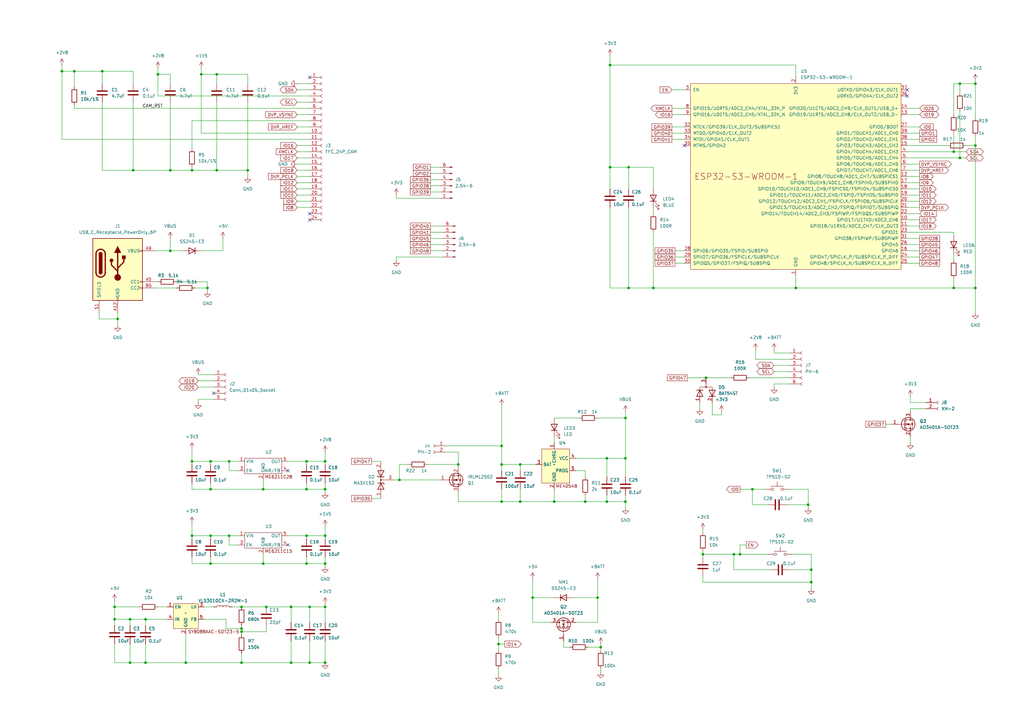
<source format=kicad_sch>
(kicad_sch (version 20230121) (generator eeschema)
  (paper "A3")
  (junction (at 78.74 189.23))
  (junction (at 227.33 205.74))
  (junction (at 127 248.92))
  (junction (at 133.35 248.92))
  (junction (at 109.22 248.92))
  (junction (at 99.06 271.78))
  (junction (at 99.06 257.81))
  (junction (at 205.74 205.74))
  (junction (at 25.4 29.21))
  (junction (at 76.2 271.78))
  (junction (at 332.74 233.68))
  (junction (at 205.74 190.5))
  (junction (at 331.47 207.01))
  (junction (at 85.09 118.11))
  (junction (at 86.36 200.66))
  (junction (at 125.73 189.23))
  (junction (at 86.36 231.14))
  (junction (at 393.7 34.29))
  (junction (at 99.06 259.08))
  (junction (at 256.54 187.96))
  (junction (at 59.69 254))
  (junction (at 246.38 265.43))
  (junction (at 400.05 118.11))
  (junction (at 248.92 187.96))
  (junction (at 125.73 231.14))
  (junction (at 107.95 231.14))
  (junction (at 187.96 190.5))
  (junction (at 69.85 102.87))
  (junction (at 245.11 245.11))
  (junction (at 326.39 118.11))
  (junction (at 107.95 200.66))
  (junction (at 332.74 238.76))
  (junction (at 250.19 26.67))
  (junction (at 400.05 34.29))
  (junction (at 53.34 271.78))
  (junction (at 64.77 30.48))
  (junction (at 53.34 254))
  (junction (at 308.61 200.66))
  (junction (at 48.26 130.81))
  (junction (at 59.69 271.78))
  (junction (at 391.16 62.23))
  (junction (at 133.35 231.14))
  (junction (at 30.48 29.21))
  (junction (at 46.99 248.92))
  (junction (at 101.6 69.85))
  (junction (at 119.38 248.92))
  (junction (at 54.61 69.85))
  (junction (at 69.85 69.85))
  (junction (at 119.38 271.78))
  (junction (at 88.9 69.85))
  (junction (at 256.54 171.45))
  (junction (at 133.35 219.71))
  (junction (at 125.73 219.71))
  (junction (at 82.55 30.48))
  (junction (at 88.9 30.48))
  (junction (at 163.83 196.85))
  (junction (at 133.35 200.66))
  (junction (at 93.98 189.23))
  (junction (at 133.35 189.23))
  (junction (at 257.81 118.11))
  (junction (at 78.74 69.85))
  (junction (at 250.19 68.58))
  (junction (at 288.29 227.33))
  (junction (at 240.03 205.74))
  (junction (at 127 271.78))
  (junction (at 86.36 189.23))
  (junction (at 257.81 68.58))
  (junction (at 125.73 200.66))
  (junction (at 393.7 64.77))
  (junction (at 78.74 219.71))
  (junction (at 213.36 190.5))
  (junction (at 400.05 59.69))
  (junction (at 41.91 29.21))
  (junction (at 248.92 205.74))
  (junction (at 267.97 118.11))
  (junction (at 86.36 219.71))
  (junction (at 204.47 264.16))
  (junction (at 391.16 118.11))
  (junction (at 213.36 205.74))
  (junction (at 300.99 227.33))
  (junction (at 93.98 219.71))
  (junction (at 205.74 182.88))
  (junction (at 99.06 248.92))
  (junction (at 289.56 154.94))
  (junction (at 256.54 205.74))
  (junction (at 218.44 245.11))
  (junction (at 133.35 271.78))
  (junction (at 46.99 254))
  (junction (at 303.53 227.33))
  (no_connect (at 127 31.75))
  (no_connect (at 87.63 161.29))
  (no_connect (at 372.11 36.83))
  (no_connect (at 127 90.17))
  (no_connect (at 118.11 193.04))
  (no_connect (at 372.11 39.37))
  (no_connect (at 280.67 59.69))
  (no_connect (at 118.11 223.52))
  (no_connect (at 127 87.63))
  (wire (pts (xy 69.85 41.91) (xy 69.85 69.85)))
  (wire (pts (xy 317.5 143.51) (xy 317.5 144.78)))
  (wire (pts (xy 63.5 118.11) (xy 72.39 118.11)))
  (wire (pts (xy 295.91 170.18) (xy 295.91 168.91)))
  (wire (pts (xy 93.98 219.71) (xy 97.79 219.71)))
  (wire (pts (xy 99.06 271.78) (xy 76.2 271.78)))
  (wire (pts (xy 99.06 257.81) (xy 99.06 259.08)))
  (wire (pts (xy 59.69 271.78) (xy 53.34 271.78)))
  (wire (pts (xy 372.11 59.69) (xy 388.62 59.69)))
  (wire (pts (xy 256.54 203.2) (xy 256.54 205.74)))
  (wire (pts (xy 257.81 118.11) (xy 267.97 118.11)))
  (wire (pts (xy 205.74 190.5) (xy 205.74 193.04)))
  (wire (pts (xy 152.4 189.23) (xy 156.21 189.23)))
  (wire (pts (xy 176.53 78.74) (xy 180.34 78.74)))
  (wire (pts (xy 227.33 200.66) (xy 227.33 205.74)))
  (wire (pts (xy 267.97 68.58) (xy 257.81 68.58)))
  (wire (pts (xy 125.73 198.12) (xy 125.73 200.66)))
  (wire (pts (xy 377.19 72.39) (xy 372.11 72.39)))
  (wire (pts (xy 41.91 29.21) (xy 41.91 34.29)))
  (wire (pts (xy 121.92 80.01) (xy 127 80.01)))
  (wire (pts (xy 227.33 171.45) (xy 237.49 171.45)))
  (wire (pts (xy 121.92 59.69) (xy 127 59.69)))
  (wire (pts (xy 121.92 77.47) (xy 127 77.47)))
  (wire (pts (xy 400.05 59.69) (xy 400.05 118.11)))
  (wire (pts (xy 121.92 82.55) (xy 127 82.55)))
  (wire (pts (xy 163.83 190.5) (xy 163.83 196.85)))
  (wire (pts (xy 121.92 72.39) (xy 127 72.39)))
  (wire (pts (xy 213.36 190.5) (xy 219.71 190.5)))
  (wire (pts (xy 303.53 227.33) (xy 303.53 223.52)))
  (wire (pts (xy 391.16 46.99) (xy 391.16 34.29)))
  (wire (pts (xy 121.92 67.31) (xy 127 67.31)))
  (wire (pts (xy 308.61 207.01) (xy 314.96 207.01)))
  (wire (pts (xy 76.2 260.35) (xy 76.2 271.78)))
  (wire (pts (xy 91.44 102.87) (xy 91.44 97.79)))
  (wire (pts (xy 213.36 205.74) (xy 227.33 205.74)))
  (wire (pts (xy 133.35 231.14) (xy 133.35 232.41)))
  (wire (pts (xy 391.16 34.29) (xy 393.7 34.29)))
  (wire (pts (xy 63.5 115.57) (xy 64.77 115.57)))
  (wire (pts (xy 281.94 154.94) (xy 289.56 154.94)))
  (wire (pts (xy 363.22 173.99) (xy 365.76 173.99)))
  (wire (pts (xy 323.85 147.32) (xy 309.88 147.32)))
  (wire (pts (xy 240.03 203.2) (xy 240.03 205.74)))
  (wire (pts (xy 400.05 118.11) (xy 400.05 128.27)))
  (wire (pts (xy 372.11 105.41) (xy 377.19 105.41)))
  (wire (pts (xy 80.01 118.11) (xy 85.09 118.11)))
  (wire (pts (xy 109.22 259.08) (xy 109.22 256.54)))
  (wire (pts (xy 250.19 68.58) (xy 250.19 77.47)))
  (wire (pts (xy 234.95 245.11) (xy 245.11 245.11)))
  (wire (pts (xy 213.36 200.66) (xy 213.36 205.74)))
  (wire (pts (xy 161.29 196.85) (xy 163.83 196.85)))
  (wire (pts (xy 176.53 71.12) (xy 180.34 71.12)))
  (wire (pts (xy 93.98 223.52) (xy 93.98 219.71)))
  (wire (pts (xy 127 39.37) (xy 64.77 39.37)))
  (wire (pts (xy 88.9 30.48) (xy 82.55 30.48)))
  (wire (pts (xy 83.82 248.92) (xy 87.63 248.92)))
  (wire (pts (xy 64.77 30.48) (xy 69.85 30.48)))
  (wire (pts (xy 101.6 41.91) (xy 101.6 69.85)))
  (wire (pts (xy 317.5 144.78) (xy 323.85 144.78)))
  (wire (pts (xy 396.24 62.23) (xy 391.16 62.23)))
  (wire (pts (xy 78.74 214.63) (xy 78.74 219.71)))
  (wire (pts (xy 99.06 259.08) (xy 109.22 259.08)))
  (wire (pts (xy 78.74 189.23) (xy 86.36 189.23)))
  (wire (pts (xy 86.36 219.71) (xy 86.36 220.98)))
  (wire (pts (xy 391.16 54.61) (xy 391.16 62.23)))
  (wire (pts (xy 393.7 45.72) (xy 393.7 64.77)))
  (wire (pts (xy 187.96 201.93) (xy 187.96 205.74)))
  (wire (pts (xy 48.26 130.81) (xy 48.26 133.35)))
  (wire (pts (xy 275.59 36.83) (xy 280.67 36.83)))
  (wire (pts (xy 95.25 248.92) (xy 99.06 248.92)))
  (wire (pts (xy 167.64 190.5) (xy 163.83 190.5)))
  (wire (pts (xy 125.73 219.71) (xy 125.73 220.98)))
  (wire (pts (xy 275.59 57.15) (xy 280.67 57.15)))
  (wire (pts (xy 107.95 231.14) (xy 125.73 231.14)))
  (wire (pts (xy 275.59 46.99) (xy 280.67 46.99)))
  (wire (pts (xy 86.36 189.23) (xy 86.36 190.5)))
  (wire (pts (xy 41.91 29.21) (xy 30.48 29.21)))
  (wire (pts (xy 204.47 274.32) (xy 204.47 276.86)))
  (wire (pts (xy 289.56 154.94) (xy 299.72 154.94)))
  (wire (pts (xy 256.54 168.91) (xy 256.54 171.45)))
  (wire (pts (xy 25.4 26.67) (xy 25.4 29.21)))
  (wire (pts (xy 267.97 85.09) (xy 267.97 87.63)))
  (wire (pts (xy 205.74 205.74) (xy 213.36 205.74)))
  (wire (pts (xy 303.53 200.66) (xy 308.61 200.66)))
  (wire (pts (xy 107.95 227.33) (xy 107.95 231.14)))
  (wire (pts (xy 133.35 271.78) (xy 127 271.78)))
  (wire (pts (xy 245.11 245.11) (xy 245.11 237.49)))
  (wire (pts (xy 40.64 130.81) (xy 48.26 130.81)))
  (wire (pts (xy 325.12 227.33) (xy 332.74 227.33)))
  (wire (pts (xy 372.11 100.33) (xy 377.19 100.33)))
  (wire (pts (xy 30.48 29.21) (xy 30.48 35.56)))
  (wire (pts (xy 152.4 204.47) (xy 156.21 204.47)))
  (wire (pts (xy 88.9 69.85) (xy 78.74 69.85)))
  (wire (pts (xy 83.82 254) (xy 92.71 254)))
  (wire (pts (xy 40.64 128.27) (xy 40.64 130.81)))
  (wire (pts (xy 275.59 52.07) (xy 280.67 52.07)))
  (wire (pts (xy 332.74 238.76) (xy 332.74 241.3)))
  (wire (pts (xy 231.14 265.43) (xy 231.14 262.89)))
  (wire (pts (xy 204.47 261.62) (xy 204.47 264.16)))
  (wire (pts (xy 377.19 69.85) (xy 372.11 69.85)))
  (wire (pts (xy 391.16 114.3) (xy 391.16 118.11)))
  (wire (pts (xy 64.77 39.37) (xy 64.77 30.48)))
  (wire (pts (xy 276.86 105.41) (xy 280.67 105.41)))
  (wire (pts (xy 107.95 196.85) (xy 107.95 200.66)))
  (wire (pts (xy 377.19 67.31) (xy 372.11 67.31)))
  (wire (pts (xy 82.55 54.61) (xy 82.55 30.48)))
  (wire (pts (xy 308.61 200.66) (xy 308.61 207.01)))
  (wire (pts (xy 133.35 189.23) (xy 133.35 190.5)))
  (wire (pts (xy 331.47 207.01) (xy 331.47 208.28)))
  (wire (pts (xy 125.73 228.6) (xy 125.73 231.14)))
  (wire (pts (xy 121.92 69.85) (xy 127 69.85)))
  (wire (pts (xy 93.98 189.23) (xy 97.79 189.23)))
  (wire (pts (xy 93.98 193.04) (xy 93.98 189.23)))
  (wire (pts (xy 246.38 264.16) (xy 246.38 265.43)))
  (wire (pts (xy 176.53 76.2) (xy 180.34 76.2)))
  (wire (pts (xy 69.85 30.48) (xy 69.85 34.29)))
  (wire (pts (xy 377.19 77.47) (xy 372.11 77.47)))
  (wire (pts (xy 205.74 166.37) (xy 205.74 182.88)))
  (wire (pts (xy 288.29 238.76) (xy 332.74 238.76)))
  (wire (pts (xy 248.92 205.74) (xy 256.54 205.74)))
  (wire (pts (xy 133.35 262.89) (xy 133.35 271.78)))
  (wire (pts (xy 121.92 85.09) (xy 127 85.09)))
  (wire (pts (xy 276.86 107.95) (xy 280.67 107.95)))
  (wire (pts (xy 373.38 167.64) (xy 373.38 168.91)))
  (wire (pts (xy 97.79 193.04) (xy 93.98 193.04)))
  (wire (pts (xy 121.92 36.83) (xy 127 36.83)))
  (wire (pts (xy 86.36 231.14) (xy 107.95 231.14)))
  (wire (pts (xy 400.05 59.69) (xy 400.05 55.88)))
  (wire (pts (xy 400.05 34.29) (xy 400.05 48.26)))
  (wire (pts (xy 127 49.53) (xy 78.74 49.53)))
  (wire (pts (xy 182.88 182.88) (xy 205.74 182.88)))
  (wire (pts (xy 205.74 190.5) (xy 213.36 190.5)))
  (wire (pts (xy 250.19 26.67) (xy 250.19 68.58)))
  (wire (pts (xy 331.47 200.66) (xy 331.47 207.01)))
  (wire (pts (xy 288.29 227.33) (xy 300.99 227.33)))
  (wire (pts (xy 372.11 52.07) (xy 377.19 52.07)))
  (wire (pts (xy 72.39 115.57) (xy 85.09 115.57)))
  (wire (pts (xy 86.36 219.71) (xy 93.98 219.71)))
  (wire (pts (xy 125.73 189.23) (xy 133.35 189.23)))
  (wire (pts (xy 240.03 205.74) (xy 248.92 205.74)))
  (wire (pts (xy 204.47 264.16) (xy 207.01 264.16)))
  (wire (pts (xy 127 271.78) (xy 119.38 271.78)))
  (wire (pts (xy 267.97 77.47) (xy 267.97 68.58)))
  (wire (pts (xy 245.11 255.27) (xy 245.11 245.11)))
  (wire (pts (xy 322.58 207.01) (xy 331.47 207.01)))
  (wire (pts (xy 133.35 228.6) (xy 133.35 231.14)))
  (wire (pts (xy 400.05 33.02) (xy 400.05 34.29)))
  (wire (pts (xy 377.19 80.01) (xy 372.11 80.01)))
  (wire (pts (xy 81.28 165.1) (xy 81.28 163.83)))
  (wire (pts (xy 377.19 74.93) (xy 372.11 74.93)))
  (wire (pts (xy 303.53 223.52) (xy 306.07 223.52)))
  (wire (pts (xy 53.34 264.16) (xy 53.34 271.78)))
  (wire (pts (xy 30.48 44.45) (xy 127 44.45)))
  (wire (pts (xy 46.99 248.92) (xy 46.99 254)))
  (wire (pts (xy 396.24 59.69) (xy 400.05 59.69)))
  (wire (pts (xy 88.9 34.29) (xy 88.9 30.48)))
  (wire (pts (xy 133.35 247.65) (xy 133.35 248.92)))
  (wire (pts (xy 256.54 187.96) (xy 256.54 195.58)))
  (wire (pts (xy 288.29 228.6) (xy 288.29 227.33)))
  (wire (pts (xy 267.97 118.11) (xy 326.39 118.11)))
  (wire (pts (xy 250.19 118.11) (xy 257.81 118.11)))
  (wire (pts (xy 81.28 158.75) (xy 87.63 158.75)))
  (wire (pts (xy 307.34 154.94) (xy 323.85 154.94)))
  (wire (pts (xy 241.3 265.43) (xy 246.38 265.43)))
  (wire (pts (xy 85.09 115.57) (xy 85.09 118.11)))
  (wire (pts (xy 248.92 187.96) (xy 248.92 195.58)))
  (wire (pts (xy 372.11 107.95) (xy 377.19 107.95)))
  (wire (pts (xy 317.5 152.4) (xy 323.85 152.4)))
  (wire (pts (xy 300.99 233.68) (xy 316.23 233.68)))
  (wire (pts (xy 127 248.92) (xy 133.35 248.92)))
  (wire (pts (xy 133.35 255.27) (xy 133.35 248.92)))
  (wire (pts (xy 257.81 85.09) (xy 257.81 118.11)))
  (wire (pts (xy 127 262.89) (xy 127 271.78)))
  (wire (pts (xy 377.19 82.55) (xy 372.11 82.55)))
  (wire (pts (xy 99.06 267.97) (xy 99.06 271.78)))
  (wire (pts (xy 119.38 255.27) (xy 119.38 248.92)))
  (wire (pts (xy 227.33 205.74) (xy 240.03 205.74)))
  (wire (pts (xy 54.61 29.21) (xy 41.91 29.21)))
  (wire (pts (xy 204.47 251.46) (xy 204.47 254)))
  (wire (pts (xy 85.09 118.11) (xy 85.09 119.38)))
  (wire (pts (xy 121.92 41.91) (xy 127 41.91)))
  (wire (pts (xy 59.69 254) (xy 59.69 256.54)))
  (wire (pts (xy 121.92 62.23) (xy 127 62.23)))
  (wire (pts (xy 127 57.15) (xy 25.4 57.15)))
  (wire (pts (xy 125.73 231.14) (xy 133.35 231.14)))
  (wire (pts (xy 121.92 52.07) (xy 127 52.07)))
  (wire (pts (xy 127 255.27) (xy 127 248.92)))
  (wire (pts (xy 372.11 46.99) (xy 377.19 46.99)))
  (wire (pts (xy 218.44 245.11) (xy 218.44 237.49)))
  (wire (pts (xy 82.55 102.87) (xy 91.44 102.87)))
  (wire (pts (xy 250.19 22.86) (xy 250.19 26.67)))
  (wire (pts (xy 162.56 81.28) (xy 180.34 81.28)))
  (wire (pts (xy 226.06 255.27) (xy 218.44 255.27)))
  (wire (pts (xy 133.35 219.71) (xy 133.35 215.9)))
  (wire (pts (xy 332.74 233.68) (xy 332.74 238.76)))
  (wire (pts (xy 176.53 102.87) (xy 181.61 102.87)))
  (wire (pts (xy 246.38 265.43) (xy 246.38 266.7)))
  (wire (pts (xy 391.16 104.14) (xy 391.16 106.68)))
  (wire (pts (xy 303.53 227.33) (xy 314.96 227.33)))
  (wire (pts (xy 64.77 30.48) (xy 64.77 27.94)))
  (wire (pts (xy 121.92 46.99) (xy 127 46.99)))
  (wire (pts (xy 53.34 254) (xy 59.69 254)))
  (wire (pts (xy 78.74 68.58) (xy 78.74 69.85)))
  (wire (pts (xy 78.74 231.14) (xy 86.36 231.14)))
  (wire (pts (xy 377.19 90.17) (xy 372.11 90.17)))
  (wire (pts (xy 54.61 34.29) (xy 54.61 29.21)))
  (wire (pts (xy 76.2 271.78) (xy 59.69 271.78)))
  (wire (pts (xy 236.22 255.27) (xy 245.11 255.27)))
  (wire (pts (xy 396.24 64.77) (xy 393.7 64.77)))
  (wire (pts (xy 59.69 264.16) (xy 59.69 271.78)))
  (wire (pts (xy 373.38 162.56) (xy 373.38 165.1)))
  (wire (pts (xy 256.54 171.45) (xy 256.54 187.96)))
  (wire (pts (xy 59.69 254) (xy 68.58 254)))
  (wire (pts (xy 323.85 200.66) (xy 331.47 200.66)))
  (wire (pts (xy 30.48 43.18) (xy 30.48 44.45)))
  (wire (pts (xy 373.38 165.1) (xy 379.73 165.1)))
  (wire (pts (xy 86.36 198.12) (xy 86.36 200.66)))
  (wire (pts (xy 317.5 149.86) (xy 323.85 149.86)))
  (wire (pts (xy 48.26 128.27) (xy 48.26 130.81)))
  (wire (pts (xy 240.03 193.04) (xy 236.22 193.04)))
  (wire (pts (xy 176.53 95.25) (xy 181.61 95.25)))
  (wire (pts (xy 372.11 57.15) (xy 377.19 57.15)))
  (wire (pts (xy 99.06 248.92) (xy 109.22 248.92)))
  (wire (pts (xy 99.06 271.78) (xy 119.38 271.78)))
  (wire (pts (xy 41.91 69.85) (xy 54.61 69.85)))
  (wire (pts (xy 99.06 259.08) (xy 99.06 260.35)))
  (wire (pts (xy 332.74 227.33) (xy 332.74 233.68)))
  (wire (pts (xy 248.92 203.2) (xy 248.92 205.74)))
  (wire (pts (xy 119.38 248.92) (xy 127 248.92)))
  (wire (pts (xy 257.81 68.58) (xy 250.19 68.58)))
  (wire (pts (xy 78.74 189.23) (xy 78.74 190.5)))
  (wire (pts (xy 391.16 118.11) (xy 400.05 118.11)))
  (wire (pts (xy 69.85 69.85) (xy 54.61 69.85)))
  (wire (pts (xy 101.6 69.85) (xy 101.6 72.39)))
  (wire (pts (xy 176.53 97.79) (xy 181.61 97.79)))
  (wire (pts (xy 176.53 73.66) (xy 180.34 73.66)))
  (wire (pts (xy 25.4 57.15) (xy 25.4 29.21)))
  (wire (pts (xy 391.16 62.23) (xy 372.11 62.23)))
  (wire (pts (xy 163.83 196.85) (xy 180.34 196.85)))
  (wire (pts (xy 372.11 102.87) (xy 377.19 102.87)))
  (wire (pts (xy 391.16 96.52) (xy 391.16 95.25)))
  (wire (pts (xy 119.38 262.89) (xy 119.38 271.78)))
  (wire (pts (xy 46.99 254) (xy 46.99 256.54)))
  (wire (pts (xy 133.35 200.66) (xy 133.35 201.93)))
  (wire (pts (xy 288.29 226.06) (xy 288.29 227.33)))
  (wire (pts (xy 78.74 219.71) (xy 86.36 219.71)))
  (wire (pts (xy 64.77 248.92) (xy 68.58 248.92)))
  (wire (pts (xy 372.11 95.25) (xy 391.16 95.25)))
  (wire (pts (xy 176.53 100.33) (xy 181.61 100.33)))
  (wire (pts (xy 292.1 170.18) (xy 295.91 170.18)))
  (wire (pts (xy 46.99 254) (xy 53.34 254)))
  (wire (pts (xy 88.9 69.85) (xy 101.6 69.85)))
  (wire (pts (xy 393.7 64.77) (xy 372.11 64.77)))
  (wire (pts (xy 46.99 271.78) (xy 46.99 264.16)))
  (wire (pts (xy 118.11 219.71) (xy 125.73 219.71)))
  (wire (pts (xy 121.92 34.29) (xy 127 34.29)))
  (wire (pts (xy 162.56 105.41) (xy 181.61 105.41)))
  (wire (pts (xy 162.56 80.01) (xy 162.56 81.28)))
  (wire (pts (xy 182.88 185.42) (xy 187.96 185.42)))
  (wire (pts (xy 176.53 68.58) (xy 180.34 68.58)))
  (wire (pts (xy 41.91 41.91) (xy 41.91 69.85)))
  (wire (pts (xy 250.19 85.09) (xy 250.19 118.11)))
  (wire (pts (xy 46.99 248.92) (xy 57.15 248.92)))
  (wire (pts (xy 86.36 189.23) (xy 93.98 189.23)))
  (wire (pts (xy 245.11 171.45) (xy 256.54 171.45)))
  (wire (pts (xy 78.74 49.53) (xy 78.74 60.96)))
  (wire (pts (xy 288.29 236.22) (xy 288.29 238.76)))
  (wire (pts (xy 372.11 54.61) (xy 377.19 54.61)))
  (wire (pts (xy 275.59 44.45) (xy 280.67 44.45)))
  (wire (pts (xy 213.36 190.5) (xy 213.36 193.04)))
  (wire (pts (xy 133.35 198.12) (xy 133.35 200.66)))
  (wire (pts (xy 121.92 74.93) (xy 127 74.93)))
  (wire (pts (xy 372.11 87.63) (xy 377.19 87.63)))
  (wire (pts (xy 125.73 200.66) (xy 133.35 200.66)))
  (wire (pts (xy 323.85 233.68) (xy 332.74 233.68)))
  (wire (pts (xy 121.92 64.77) (xy 127 64.77)))
  (wire (pts (xy 372.11 44.45) (xy 377.19 44.45)))
  (wire (pts (xy 233.68 265.43) (xy 231.14 265.43)))
  (wire (pts (xy 78.74 228.6) (xy 78.74 231.14)))
  (wire (pts (xy 69.85 69.85) (xy 78.74 69.85)))
  (wire (pts (xy 99.06 257.81) (xy 99.06 256.54)))
  (wire (pts (xy 256.54 205.74) (xy 256.54 208.28)))
  (wire (pts (xy 393.7 34.29) (xy 400.05 34.29)))
  (wire (pts (xy 162.56 106.68) (xy 162.56 105.41)))
  (wire (pts (xy 300.99 227.33) (xy 303.53 227.33)))
  (wire (pts (xy 86.36 228.6) (xy 86.36 231.14)))
  (wire (pts (xy 267.97 95.25) (xy 267.97 118.11)))
  (wire (pts (xy 323.85 157.48) (xy 317.5 157.48)))
  (wire (pts (xy 125.73 219.71) (xy 133.35 219.71)))
  (wire (pts (xy 218.44 255.27) (xy 218.44 245.11)))
  (wire (pts (xy 176.53 92.71) (xy 181.61 92.71)))
  (wire (pts (xy 372.11 97.79) (xy 377.19 97.79)))
  (wire (pts (xy 377.19 85.09) (xy 372.11 85.09)))
  (wire (pts (xy 205.74 182.88) (xy 205.74 190.5)))
  (wire (pts (xy 240.03 195.58) (xy 240.03 193.04)))
  (wire (pts (xy 292.1 165.1) (xy 292.1 170.18)))
  (wire (pts (xy 326.39 118.11) (xy 391.16 118.11)))
  (wire (pts (xy 81.28 163.83) (xy 87.63 163.83)))
  (wire (pts (xy 205.74 200.66) (xy 205.74 205.74)))
  (wire (pts (xy 92.71 257.81) (xy 99.06 257.81)))
  (wire (pts (xy 275.59 54.61) (xy 280.67 54.61)))
  (wire (pts (xy 69.85 102.87) (xy 74.93 102.87)))
  (wire (pts (xy 101.6 30.48) (xy 101.6 34.29)))
  (wire (pts (xy 248.92 187.96) (xy 256.54 187.96)))
  (wire (pts (xy 205.74 205.74) (xy 187.96 205.74)))
  (wire (pts (xy 288.29 217.17) (xy 288.29 218.44)))
  (wire (pts (xy 97.79 223.52) (xy 93.98 223.52)))
  (wire (pts (xy 227.33 179.07) (xy 227.33 181.61)))
  (wire (pts (xy 300.99 233.68) (xy 300.99 227.33)))
  (wire (pts (xy 109.22 248.92) (xy 119.38 248.92)))
  (wire (pts (xy 88.9 30.48) (xy 101.6 30.48)))
  (wire (pts (xy 78.74 200.66) (xy 86.36 200.66)))
  (wire (pts (xy 377.19 92.71) (xy 372.11 92.71)))
  (wire (pts (xy 53.34 254) (xy 53.34 256.54)))
  (wire (pts (xy 175.26 190.5) (xy 187.96 190.5)))
  (wire (pts (xy 88.9 41.91) (xy 88.9 69.85)))
  (wire (pts (xy 326.39 113.03) (xy 326.39 118.11)))
  (wire (pts (xy 81.28 156.21) (xy 87.63 156.21)))
  (wire (pts (xy 187.96 190.5) (xy 187.96 185.42)))
  (wire (pts (xy 373.38 179.07) (xy 373.38 181.61)))
  (wire (pts (xy 308.61 200.66) (xy 313.69 200.66)))
  (wire (pts (xy 133.35 219.71) (xy 133.35 220.98)))
  (wire (pts (xy 218.44 245.11) (xy 227.33 245.11)))
  (wire (pts (xy 393.7 34.29) (xy 393.7 38.1)))
  (wire (pts (xy 257.81 77.47) (xy 257.81 68.58)))
  (wire (pts (xy 326.39 26.67) (xy 326.39 31.75)))
  (wire (pts (xy 309.88 147.32) (xy 309.88 143.51)))
  (wire (pts (xy 118.11 189.23) (xy 125.73 189.23)))
  (wire (pts (xy 53.34 271.78) (xy 46.99 271.78)))
  (wire (pts (xy 246.38 274.32) (xy 246.38 275.59)))
  (wire (pts (xy 236.22 187.96) (xy 248.92 187.96)))
  (wire (pts (xy 81.28 153.67) (xy 87.63 153.67)))
  (wire (pts (xy 92.71 254) (xy 92.71 257.81)))
  (wire (pts (xy 25.4 29.21) (xy 30.48 29.21)))
  (wire (pts (xy 86.36 200.66) (xy 107.95 200.66)))
  (wire (pts (xy 317.5 157.48) (xy 317.5 158.75)))
  (wire (pts (xy 250.19 26.67) (xy 326.39 26.67)))
  (wire (pts (xy 127 54.61) (xy 82.55 54.61)))
  (wire (pts (xy 107.95 200.66) (xy 125.73 200.66)))
  (wire (pts (xy 69.85 97.79) (xy 69.85 102.87)))
  (wire (pts (xy 78.74 184.15) (xy 78.74 189.23)))
  (wire (pts (xy 78.74 198.12) (xy 78.74 200.66)))
  (wire (pts (xy 379.73 167.64) (xy 373.38 167.64)))
  (wire (pts (xy 54.61 69.85) (xy 54.61 41.91)))
  (wire (pts (xy 287.02 165.1) (xy 287.02 167.64)))
  (wire (pts (xy 187.96 191.77) (xy 187.96 190.5)))
  (wire (pts (xy 204.47 264.16) (xy 204.47 266.7)))
  (wire (pts (xy 82.55 30.48) (xy 82.55 27.94)))
  (wire (pts (xy 63.5 102.87) (xy 69.85 102.87)))
  (wire (pts (xy 78.74 219.71) (xy 78.74 220.98)))
  (wire (pts (xy 133.35 189.23) (xy 133.35 185.42)))
  (wire (pts (xy 125.73 189.23) (xy 125.73 190.5)))
  (wire (pts (xy 276.86 102.87) (xy 280.67 102.87)))
  (wire (pts (xy 46.99 246.38) (xy 46.99 248.92)))
  (label "CAM_RST" (at 58.42 44.45 0))
  (global_label "GPIO41" (shape passive) (at 275.59 57.15 180) (property "Intersheetrefs" "${INTERSHEET_REFS}" (effects hide)))
  (global_label "SDA" (shape bidirectional) (at 317.5 149.86 180) (property "Intersheetrefs" "${INTERSHEET_REFS}" (effects hide)))
  (global_label "GPIO39" (shape passive) (at 176.53 78.74 180) (property "Intersheetrefs" "${INTERSHEET_REFS}" (effects hide)))
  (global_label "IO18" (shape input) (at 121.92 69.85 180) (property "Intersheetrefs" "${INTERSHEET_REFS}" (effects hide)))
  (global_label "SCL" (shape bidirectional) (at 396.24 64.77 0) (property "Intersheetrefs" "${INTERSHEET_REFS}" (effects hide)))
  (global_label "IO8" (shape output) (at 377.19 72.39 0) (property "Intersheetrefs" "${INTERSHEET_REFS}" (effects hide)))
  (global_label "GPIO35" (shape passive) (at 276.86 102.87 180) (property "Intersheetrefs" "${INTERSHEET_REFS}" (effects hide)))
  (global_label "IO19" (shape bidirectional) (at 377.19 46.99 0) (property "Intersheetrefs" "${INTERSHEET_REFS}" (effects hide)))
  (global_label "GPIO40" (shape passive) (at 275.59 54.61 180) (property "Intersheetrefs" "${INTERSHEET_REFS}" (effects hide)))
  (global_label "GPIO47" (shape passive) (at 281.94 154.94 180) (property "Intersheetrefs" "${INTERSHEET_REFS}" (effects hide)))
  (global_label "IO11" (shape input) (at 121.92 77.47 180) (property "Intersheetrefs" "${INTERSHEET_REFS}" (effects hide)))
  (global_label "IO17" (shape output) (at 377.19 90.17 0) (property "Intersheetrefs" "${INTERSHEET_REFS}" (effects hide)))
  (global_label "DVP_HREF" (shape input) (at 121.92 52.07 180) (property "Intersheetrefs" "${INTERSHEET_REFS}" (effects hide)))
  (global_label "GPIO38" (shape passive) (at 176.53 76.2 180) (property "Intersheetrefs" "${INTERSHEET_REFS}" (effects hide)))
  (global_label "DVP_PCLK" (shape input) (at 121.92 72.39 180) (property "Intersheetrefs" "${INTERSHEET_REFS}" (effects hide)))
  (global_label "GPIO38" (shape passive) (at 377.19 97.79 0) (property "Intersheetrefs" "${INTERSHEET_REFS}" (effects hide)))
  (global_label "GPIO47" (shape passive) (at 152.4 189.23 180) (property "Intersheetrefs" "${INTERSHEET_REFS}" (effects hide)))
  (global_label "IO20" (shape bidirectional) (at 81.28 158.75 180) (property "Intersheetrefs" "${INTERSHEET_REFS}" (effects hide)))
  (global_label "IO12" (shape input) (at 121.92 74.93 180) (property "Intersheetrefs" "${INTERSHEET_REFS}" (effects hide)))
  (global_label "IO19" (shape bidirectional) (at 81.28 156.21 180) (property "Intersheetrefs" "${INTERSHEET_REFS}" (effects hide)))
  (global_label "IO8" (shape input) (at 121.92 85.09 180) (property "Intersheetrefs" "${INTERSHEET_REFS}" (effects hide)))
  (global_label "IO9" (shape input) (at 121.92 82.55 180) (property "Intersheetrefs" "${INTERSHEET_REFS}" (effects hide)))
  (global_label "IO10" (shape output) (at 377.19 77.47 0) (property "Intersheetrefs" "${INTERSHEET_REFS}" (effects hide)))
  (global_label "IO11" (shape output) (at 377.19 80.01 0) (property "Intersheetrefs" "${INTERSHEET_REFS}" (effects hide)))
  (global_label "EN" (shape output) (at 306.07 223.52 0) (property "Intersheetrefs" "${INTERSHEET_REFS}" (effects hide)))
  (global_label "IO14" (shape output) (at 207.01 264.16 0) (property "Intersheetrefs" "${INTERSHEET_REFS}" (effects hide)))
  (global_label "GPIO41" (shape passive) (at 176.53 95.25 180) (property "Intersheetrefs" "${INTERSHEET_REFS}" (effects hide)))
  (global_label "DVP_PCLK" (shape output) (at 377.19 85.09 0) (property "Intersheetrefs" "${INTERSHEET_REFS}" (effects hide)))
  (global_label "SCL" (shape bidirectional) (at 121.92 41.91 180) (property "Intersheetrefs" "${INTERSHEET_REFS}" (effects hide)))
  (global_label "GPIO2" (shape passive) (at 377.19 57.15 0) (property "Intersheetrefs" "${INTERSHEET_REFS}" (effects hide)))
  (global_label "IO12" (shape output) (at 377.19 82.55 0) (property "Intersheetrefs" "${INTERSHEET_REFS}" (effects hide)))
  (global_label "IO16" (shape input) (at 121.92 59.69 180) (property "Intersheetrefs" "${INTERSHEET_REFS}" (effects hide)))
  (global_label "IO18" (shape output) (at 377.19 92.71 0) (property "Intersheetrefs" "${INTERSHEET_REFS}" (effects hide)))
  (global_label "GPIO36" (shape passive) (at 276.86 105.41 180) (property "Intersheetrefs" "${INTERSHEET_REFS}" (effects hide)))
  (global_label "GPIO45" (shape passive) (at 377.19 100.33 0) (property "Intersheetrefs" "${INTERSHEET_REFS}" (effects hide)))
  (global_label "GPIO37" (shape passive) (at 363.22 173.99 180) (property "Intersheetrefs" "${INTERSHEET_REFS}" (effects hide)))
  (global_label "IO20" (shape bidirectional) (at 377.19 44.45 0) (property "Intersheetrefs" "${INTERSHEET_REFS}" (effects hide)))
  (global_label "GPIO47" (shape passive) (at 377.19 105.41 0) (property "Intersheetrefs" "${INTERSHEET_REFS}" (effects hide)))
  (global_label "IO0" (shape output) (at 303.53 200.66 180) (property "Intersheetrefs" "${INTERSHEET_REFS}" (effects hide)))
  (global_label "DVP_VSYNC" (shape output) (at 377.19 67.31 0) (property "Intersheetrefs" "${INTERSHEET_REFS}" (effects hide)))
  (global_label "GPIO36" (shape passive) (at 176.53 73.66 180) (property "Intersheetrefs" "${INTERSHEET_REFS}" (effects hide)))
  (global_label "XMCLK" (shape input) (at 121.92 62.23 180) (property "Intersheetrefs" "${INTERSHEET_REFS}" (effects hide)))
  (global_label "GPIO37" (shape passive) (at 276.86 107.95 180) (property "Intersheetrefs" "${INTERSHEET_REFS}" (effects hide)))
  (global_label "GPIO35" (shape passive) (at 152.4 204.47 180) (property "Intersheetrefs" "${INTERSHEET_REFS}" (effects hide)))
  (global_label "GPIO1" (shape passive) (at 377.19 54.61 0) (property "Intersheetrefs" "${INTERSHEET_REFS}" (effects hide)))
  (global_label "IO10" (shape input) (at 121.92 80.01 180) (property "Intersheetrefs" "${INTERSHEET_REFS}" (effects hide)))
  (global_label "IO14" (shape input) (at 377.19 87.63 0) (property "Intersheetrefs" "${INTERSHEET_REFS}" (effects hide)))
  (global_label "GPIO48" (shape passive) (at 377.19 107.95 0) (property "Intersheetrefs" "${INTERSHEET_REFS}" (effects hide)))
  (global_label "GPIO48" (shape passive) (at 176.53 102.87 180) (property "Intersheetrefs" "${INTERSHEET_REFS}" (effects hide)))
  (global_label "DVP_HREF" (shape output) (at 377.19 69.85 0) (property "Intersheetrefs" "${INTERSHEET_REFS}" (effects hide)))
  (global_label "DVP_VSYNC" (shape input) (at 121.92 46.99 180) (property "Intersheetrefs" "${INTERSHEET_REFS}" (effects hide)))
  (global_label "GPIO1" (shape passive) (at 176.53 68.58 180) (property "Intersheetrefs" "${INTERSHEET_REFS}" (effects hide)))
  (global_label "IO0" (shape input) (at 377.19 52.07 0) (property "Intersheetrefs" "${INTERSHEET_REFS}" (effects hide)))
  (global_label "GPIO45" (shape passive) (at 176.53 97.79 180) (property "Intersheetrefs" "${INTERSHEET_REFS}" (effects hide)))
  (global_label "IO16" (shape output) (at 275.59 46.99 180) (property "Intersheetrefs" "${INTERSHEET_REFS}" (effects hide)))
  (global_label "IO17" (shape input) (at 121.92 64.77 180) (property "Intersheetrefs" "${INTERSHEET_REFS}" (effects hide)))
  (global_label "GPIO2" (shape passive) (at 176.53 71.12 180) (property "Intersheetrefs" "${INTERSHEET_REFS}" (effects hide)))
  (global_label "IO9" (shape output) (at 377.19 74.93 0) (property "Intersheetrefs" "${INTERSHEET_REFS}" (effects hide)))
  (global_label "GPIO46" (shape passive) (at 377.19 102.87 0) (property "Intersheetrefs" "${INTERSHEET_REFS}" (effects hide)))
  (global_label "SDA" (shape bidirectional) (at 396.24 62.23 0) (property "Intersheetrefs" "${INTERSHEET_REFS}" (effects hide)))
  (global_label "GPIO39" (shape passive) (at 275.59 52.07 180) (property "Intersheetrefs" "${INTERSHEET_REFS}" (effects hide)))
  (global_label "EN" (shape input) (at 275.59 36.83 180) (property "Intersheetrefs" "${INTERSHEET_REFS}" (effects hide)))
  (global_label "GPIO40" (shape passive) (at 176.53 92.71 180) (property "Intersheetrefs" "${INTERSHEET_REFS}" (effects hide)))
  (global_label "SDA" (shape bidirectional) (at 121.92 36.83 180) (property "Intersheetrefs" "${INTERSHEET_REFS}" (effects hide)))
  (global_label "SCL" (shape bidirectional) (at 317.5 152.4 180) (property "Intersheetrefs" "${INTERSHEET_REFS}" (effects hide)))
  (global_label "GPIO46" (shape passive) (at 176.53 100.33 180) (property "Intersheetrefs" "${INTERSHEET_REFS}" (effects hide)))
  (global_label "XMCLK" (shape output) (at 275.59 44.45 180) (property "Intersheetrefs" "${INTERSHEET_REFS}" (effects hide)))
  (symbol (lib_id "power:VBUS") (at 69.85 97.79 0) (unit 1)
    (property "Reference" "#PWR05" (effects hide))
    (property "Value" "VBUS" (at 69.85 92.71 0))
  )
  (symbol (lib_id "Device:R") (at 391.16 50.8 0) (unit 1)
    (property "Reference" "R20" (at 392.43 48.26 0) (effects (justify left)))
    (property "Value" "10K" (at 392.43 53.34 0) (effects (justify left)))
    (property "Footprint" "Resistor_SMD:R_0603_1608Metric_Pad0.98x0.95mm_HandSolder" (effects hide))
  )
  (symbol (lib_id "Device:C") (at 46.99 260.35 0) (unit 1)
    (property "Reference" "C2" (at 48.26 257.81 0) (effects (justify left)))
    (property "Value" "10uF" (at 48.26 262.89 0) (effects (justify left)))
    (property "Footprint" "Capacitor_Tantalum_SMD:CP_EIA-1608-08_AVX-J_Pad1.25x1.05mm_HandSolder" (effects hide))
  )
  (symbol (lib_id "Device:C") (at 86.36 224.79 0) (unit 1)
    (property "Reference" "C10" (at 87.63 222.25 0) (effects (justify left)))
    (property "Value" "0.1uF" (at 87.63 227.33 0) (effects (justify left)))
    (property "Footprint" "Capacitor_Tantalum_SMD:CP_EIA-1608-08_AVX-J_Pad1.25x1.05mm_HandSolder" (effects hide))
  )
  (symbol (lib_id "test:ME6211C28M5G-N-SOT23-5") (at 107.95 191.77 0) (unit 1)
    (property "Reference" "U2" (at 110.1326 185.42 0))
    (property "Value" "~" (at 107.95 191.77 0))
    (property "Footprint" "Package_TO_SOT_SMD:SOT-23-5_HandSoldering" (effects hide))
  )
  (symbol (lib_id "Device:D") (at 78.74 102.87 180) (unit 1)
    (property "Reference" "D1" (at 78.74 96.52 0))
    (property "Value" "SS24S-E3" (at 78.74 99.06 0))
    (property "Footprint" "smart_glass:CR_S-E3&slash_61T_VIS" (effects hide))
    (property "Sim.Device" "D" (effects hide))
    (property "Sim.Pins" "1=K 2=A" (effects hide))
  )
  (symbol (lib_id "Device:C") (at 109.22 252.73 0) (unit 1)
    (property "Reference" "C13" (at 110.49 250.19 0) (effects (justify left)))
    (property "Value" "22pF" (at 110.49 255.27 0) (effects (justify left)))
    (property "Footprint" "Capacitor_Tantalum_SMD:CP_EIA-1608-08_AVX-J_Pad1.25x1.05mm_HandSolder" (effects hide))
  )
  (symbol (lib_id "Connector:Conn_01x24_Socket") (at 132.08 59.69 0) (unit 1)
    (property "Reference" "J3" (at 133.35 59.69 0) (effects (justify left)))
    (property "Value" "FFC_24P_CAM" (at 133.35 62.23 0) (effects (justify left)))
    (property "Footprint" "smart_glass:FFC24P_cam" (effects hide))
  )
  (symbol (lib_id "Device:C") (at 250.19 81.28 0) (unit 1)
    (property "Reference" "C24" (at 251.46 78.74 0) (effects (justify left)))
    (property "Value" "10uF" (at 251.46 83.82 0) (effects (justify left)))
    (property "Footprint" "Capacitor_SMD:C_0603_1608Metric_Pad1.08x0.95mm_HandSolder" (effects hide))
  )
  (symbol (lib_id "Device:R") (at 78.74 64.77 0) (unit 1)
    (property "Reference" "R5" (at 81.28 63.5 0) (effects (justify left)))
    (property "Value" "10k/1%" (at 81.28 66.04 0) (effects (justify left)))
    (property "Footprint" "Resistor_SMD:R_0603_1608Metric_Pad0.98x0.95mm_HandSolder" (effects hide))
  )
  (symbol (lib_id "Device:C") (at 86.36 194.31 0) (unit 1)
    (property "Reference" "C9" (at 87.63 191.77 0) (effects (justify left)))
    (property "Value" "0.1uF" (at 87.63 196.85 0) (effects (justify left)))
    (property "Footprint" "Capacitor_Tantalum_SMD:CP_EIA-1608-08_AVX-J_Pad1.25x1.05mm_HandSolder" (effects hide))
  )
  (symbol (lib_id "Device:R") (at 288.29 222.25 0) (unit 1)
    (property "Reference" "R15" (at 290.83 220.98 0) (effects (justify left)))
    (property "Value" "10k" (at 290.83 223.52 0) (effects (justify left)))
    (property "Footprint" "Resistor_SMD:R_0603_1608Metric_Pad0.98x0.95mm_HandSolder" (effects hide))
  )
  (symbol (lib_id "Device:C") (at 125.73 194.31 0) (unit 1)
    (property "Reference" "C15" (at 127 191.77 0) (effects (justify left)))
    (property "Value" "0.1uF" (at 127 196.85 0) (effects (justify left)))
    (property "Footprint" "Capacitor_Tantalum_SMD:CP_EIA-1608-08_AVX-J_Pad1.25x1.05mm_HandSolder" (effects hide))
  )
  (symbol (lib_id "Device:Q_NMOS_GSD") (at 231.14 257.81 90) (unit 1)
    (property "Reference" "Q2" (at 231.14 248.92 90))
    (property "Value" "AO3401A-SOT23" (at 231.14 251.46 90))
    (property "Footprint" "Package_TO_SOT_SMD:SOT-23-3" (effects hide))
  )
  (symbol (lib_id "power:+3V3") (at 162.56 80.01 0) (unit 1)
    (property "Reference" "#PWR022" (effects hide))
    (property "Value" "+3V3" (at 162.56 74.93 0))
  )
  (symbol (lib_id "power:GND") (at 256.54 208.28 0) (unit 1)
    (property "Reference" "#PWR033" (effects hide))
    (property "Value" "GND" (at 256.54 213.36 0))
  )
  (symbol (lib_id "Device:R") (at 204.47 270.51 0) (unit 1)
    (property "Reference" "R9" (at 207.01 269.24 0) (effects (justify left)))
    (property "Value" "470k" (at 207.01 271.78 0) (effects (justify left)))
    (property "Footprint" "Resistor_SMD:R_0603_1608Metric_Pad0.98x0.95mm_HandSolder" (effects hide))
  )
  (symbol (lib_id "power:GND") (at 101.6 72.39 0) (unit 1)
    (property "Reference" "#PWR013" (effects hide))
    (property "Value" "GND" (at 101.6 77.47 0))
  )
  (symbol (lib_id "Device:C") (at 205.74 196.85 0) (unit 1)
    (property "Reference" "C21" (at 207.01 194.31 0) (effects (justify left)))
    (property "Value" "100uF" (at 207.01 199.39 0) (effects (justify left)))
    (property "Footprint" "Capacitor_Tantalum_SMD:CP_EIA-1608-08_AVX-J_Pad1.25x1.05mm_HandSolder" (effects hide))
  )
  (symbol (lib_id "power:+BATT") (at 245.11 237.49 0) (unit 1)
    (property "Reference" "#PWR028" (effects hide))
    (property "Value" "+BATT" (at 245.11 232.41 0))
  )
  (symbol (lib_id "power:+3V3") (at 78.74 184.15 0) (unit 1)
    (property "Reference" "#PWR06" (effects hide))
    (property "Value" "+3V3" (at 78.74 179.07 0))
  )
  (symbol (lib_id "power:+3V3") (at 373.38 162.56 0) (unit 1)
    (property "Reference" "#PWR042" (effects hide))
    (property "Value" "+3V3" (at 373.38 157.48 0))
  )
  (symbol (lib_id "power:GND") (at 121.92 67.31 270) (unit 1)
    (property "Reference" "#PWR015" (effects hide))
    (property "Value" "GND" (at 118.11 67.31 90) (effects (justify right)))
  )
  (symbol (lib_id "power:+5V") (at 218.44 237.49 0) (unit 1)
    (property "Reference" "#PWR027" (effects hide))
    (property "Value" "+5V" (at 218.44 232.41 0))
  )
  (symbol (lib_id "power:+2V8") (at 133.35 185.42 0) (unit 1)
    (property "Reference" "#PWR016" (effects hide))
    (property "Value" "+2V8" (at 133.35 180.34 0))
  )
  (symbol (lib_id "Device:C") (at 288.29 232.41 0) (unit 1)
    (property "Reference" "C27" (at 292.1 231.14 0) (effects (justify left)))
    (property "Value" "1uF" (at 292.1 233.68 0) (effects (justify left)))
    (property "Footprint" "Capacitor_Tantalum_SMD:CP_EIA-1608-08_AVX-J_Pad1.25x1.05mm_HandSolder" (effects hide))
  )
  (symbol (lib_id "Connector:Conn_01x06_Pin") (at 185.42 76.2 180) (unit 1)
    (property "Reference" "J5" (at 186.69 73.66 0) (effects (justify right)))
    (property "Value" "2.54-6" (at 186.69 76.2 0) (effects (justify right)))
    (property "Footprint" "Connector_PinHeader_2.54mm:PinHeader_1x06_P2.54mm_Vertical" (effects hide))
  )
  (symbol (lib_id "Device:R") (at 68.58 115.57 90) (unit 1)
    (property "Reference" "R3" (at 66.04 113.03 90))
    (property "Value" "5.1k" (at 71.12 113.03 90))
    (property "Footprint" "Resistor_SMD:R_0603_1608Metric_Pad0.98x0.95mm_HandSolder" (effects hide))
  )
  (symbol (lib_id "Device:C") (at 127 259.08 0) (unit 1)
    (property "Reference" "C17" (at 128.27 256.54 0) (effects (justify left)))
    (property "Value" "10uF" (at 128.27 261.62 0) (effects (justify left)))
    (property "Footprint" "Capacitor_Tantalum_SMD:CP_EIA-1608-08_AVX-J_Pad1.25x1.05mm_HandSolder" (effects hide))
  )
  (symbol (lib_id "Device:C") (at 213.36 196.85 0) (unit 1)
    (property "Reference" "C22" (at 214.63 194.31 0) (effects (justify left)))
    (property "Value" "10uF" (at 214.63 199.39 0) (effects (justify left)))
    (property "Footprint" "Capacitor_Tantalum_SMD:CP_EIA-1608-08_AVX-J_Pad1.25x1.05mm_HandSolder" (effects hide))
  )
  (symbol (lib_id "Device:C") (at 101.6 38.1 0) (unit 1)
    (property "Reference" "C12" (at 105.41 36.83 0) (effects (justify left)))
    (property "Value" "0.1uF" (at 105.41 39.37 0) (effects (justify left)))
    (property "Footprint" "Capacitor_Tantalum_SMD:CP_EIA-1608-08_AVX-J_Pad1.25x1.05mm_HandSolder" (effects hide))
  )
  (symbol (lib_id "power:GND") (at 373.38 181.61 0) (unit 1)
    (property "Reference" "#PWR043" (effects hide))
    (property "Value" "GND" (at 373.38 186.69 0))
  )
  (symbol (lib_id "Device:R") (at 267.97 91.44 0) (unit 1)
    (property "Reference" "R14" (at 270.51 90.17 0) (effects (justify left)))
    (property "Value" "100R" (at 270.51 92.71 0) (effects (justify left)))
    (property "Footprint" "Resistor_SMD:R_0603_1608Metric_Pad0.98x0.95mm_HandSolder" (effects hide))
  )
  (symbol (lib_id "power:GND") (at 121.92 34.29 270) (unit 1)
    (property "Reference" "#PWR014" (effects hide))
    (property "Value" "GND" (at 118.11 34.29 90) (effects (justify right)))
  )
  (symbol (lib_id "Device:C") (at 78.74 194.31 0) (unit 1)
    (property "Reference" "C7" (at 80.01 191.77 0) (effects (justify left)))
    (property "Value" "10uF" (at 80.01 196.85 0) (effects (justify left)))
    (property "Footprint" "Capacitor_Tantalum_SMD:CP_EIA-1608-08_AVX-J_Pad1.25x1.05mm_HandSolder" (effects hide))
  )
  (symbol (lib_id "Device:R") (at 76.2 118.11 90) (unit 1)
    (property "Reference" "R4" (at 73.66 115.57 90))
    (property "Value" "5.1k" (at 78.74 115.57 90))
    (property "Footprint" "Resistor_SMD:R_0603_1608Metric_Pad0.98x0.95mm_HandSolder" (effects hide))
  )
  (symbol (lib_id "Device:C") (at 320.04 233.68 90) (unit 1)
    (property "Reference" "C29" (at 316.23 231.14 90))
    (property "Value" "0.1uF" (at 323.85 231.14 90))
    (property "Footprint" "Capacitor_Tantalum_SMD:CP_EIA-1608-08_AVX-J_Pad1.25x1.05mm_HandSolder" (effects hide))
  )
  (symbol (lib_id "power:+BATT") (at 205.74 166.37 0) (unit 1)
    (property "Reference" "#PWR026" (effects hide))
    (property "Value" "+BATT" (at 205.74 161.29 0))
  )
  (symbol (lib_id "Device:C") (at 133.35 259.08 0) (unit 1)
    (property "Reference" "C20" (at 134.62 256.54 0) (effects (justify left)))
    (property "Value" "10uF" (at 134.62 261.62 0) (effects (justify left)))
    (property "Footprint" "Capacitor_Tantalum_SMD:CP_EIA-1608-08_AVX-J_Pad1.25x1.05mm_HandSolder" (effects hide))
  )
  (symbol (lib_id "Device:C") (at 54.61 38.1 0) (unit 1)
    (property "Reference" "C4" (at 58.42 36.83 0) (effects (justify left)))
    (property "Value" "0.1uF" (at 58.42 39.37 0) (effects (justify left)))
    (property "Footprint" "Capacitor_Tantalum_SMD:CP_EIA-1608-08_AVX-J_Pad1.25x1.05mm_HandSolder" (effects hide))
  )
  (symbol (lib_id "Device:LED") (at 391.16 100.33 90) (unit 1)
    (property "Reference" "LED6" (at 394.97 100.6475 90) (effects (justify right)))
    (property "Value" "RED" (at 394.97 103.1875 90) (effects (justify right)))
    (property "Footprint" "LED_SMD:LED_0603_1608Metric_Pad1.05x0.95mm_HandSolder" (effects hide))
  )
  (symbol (lib_id "Device:R") (at 393.7 41.91 0) (unit 1)
    (property "Reference" "R21" (at 394.97 39.37 0) (effects (justify left)))
    (property "Value" "10K" (at 394.97 44.45 0) (effects (justify left)))
    (property "Footprint" "Resistor_SMD:R_0603_1608Metric_Pad0.98x0.95mm_HandSolder" (effects hide))
  )
  (symbol (lib_id "test:ME4054B-N-SOT23-5") (at 227.33 190.5 0) (unit 1)
    (property "Reference" "U4" (at 229.2859 181.61 0) (effects (justify left)))
    (property "Value" "~" (at 227.33 190.5 0))
    (property "Footprint" "Package_TO_SOT_SMD:SOT-23-5_HandSoldering" (effects hide))
  )
  (symbol (lib_id "Device:C") (at 257.81 81.28 0) (unit 1)
    (property "Reference" "C26" (at 259.08 78.74 0) (effects (justify left)))
    (property "Value" "0.1uF" (at 259.08 83.82 0) (effects (justify left)))
    (property "Footprint" "Capacitor_SMD:C_0603_1608Metric_Pad1.08x0.95mm_HandSolder" (effects hide))
  )
  (symbol (lib_id "Connector:Conn_01x02_Socket") (at 177.8 182.88 0) (mirror y) (unit 1)
    (property "Reference" "J4" (at 175.26 182.88 0))
    (property "Value" "PH-2" (at 173.99 185.42 0))
    (property "Footprint" "Connector_JST:JST_PH_S2B-PH-K_1x02_P2.00mm_Horizontal" (effects hide))
  )
  (symbol (lib_id "power:+2V8") (at 64.77 27.94 0) (unit 1)
    (property "Reference" "#PWR04" (effects hide))
    (property "Value" "+2V8" (at 64.77 22.86 0))
  )
  (symbol (lib_id "power:GND") (at 332.74 241.3 0) (unit 1)
    (property "Reference" "#PWR041" (effects hide))
    (property "Value" "GND" (at 332.74 246.38 0))
  )
  (symbol (lib_id "Device:R") (at 400.05 52.07 0) (unit 1)
    (property "Reference" "R19" (at 401.32 49.53 0) (effects (justify left)))
    (property "Value" "1k" (at 401.32 54.61 0) (effects (justify left)))
    (property "Footprint" "Resistor_SMD:R_0603_1608Metric_Pad0.98x0.95mm_HandSolder" (effects hide))
  )
  (symbol (lib_id "Device:C") (at 133.35 194.31 0) (unit 1)
    (property "Reference" "C18" (at 134.62 191.77 0) (effects (justify left)))
    (property "Value" "10uF" (at 134.62 196.85 0) (effects (justify left)))
    (property "Footprint" "Capacitor_Tantalum_SMD:CP_EIA-1608-08_AVX-J_Pad1.25x1.05mm_HandSolder" (effects hide))
  )
  (symbol (lib_id "Switch:SW_Push") (at 320.04 227.33 0) (unit 1)
    (property "Reference" "SW2" (at 320.04 219.71 0))
    (property "Value" " TPS10-02" (at 320.04 222.25 0))
    (property "Footprint" "smart_glass:SW_pts815" (effects hide))
  )
  (symbol (lib_id "Device:R") (at 171.45 190.5 270) (unit 1)
    (property "Reference" "R22" (at 166.37 193.04 90) (effects (justify left)))
    (property "Value" "1k" (at 172.72 193.04 90) (effects (justify left)))
    (property "Footprint" "Resistor_SMD:R_0603_1608Metric_Pad0.98x0.95mm_HandSolder" (effects hide))
  )
  (symbol (lib_id "power:GND") (at 133.35 271.78 0) (unit 1)
    (property "Reference" "#PWR021" (effects hide))
    (property "Value" "GND" (at 133.35 276.86 0))
  )
  (symbol (lib_id "power:GND") (at 162.56 106.68 0) (unit 1)
    (property "Reference" "#PWR023" (effects hide))
    (property "Value" "GND" (at 162.56 111.76 0))
  )
  (symbol (lib_id "power:+3V3") (at 288.29 217.17 0) (unit 1)
    (property "Reference" "#PWR035" (effects hide))
    (property "Value" "+3V3" (at 288.29 212.09 0))
  )
  (symbol (lib_id "Device:R") (at 99.06 252.73 0) (unit 1)
    (property "Reference" "R6" (at 101.6 251.46 0) (effects (justify left)))
    (property "Value" "680k" (at 101.6 254 0) (effects (justify left)))
    (property "Footprint" "Resistor_SMD:R_0603_1608Metric_Pad0.98x0.95mm_HandSolder" (effects hide))
  )
  (symbol (lib_id "Device:R") (at 237.49 265.43 90) (unit 1)
    (property "Reference" "R10" (at 234.95 262.89 90))
    (property "Value" "100k" (at 241.3 262.89 90))
    (property "Footprint" "Resistor_SMD:R_0603_1608Metric_Pad0.98x0.95mm_HandSolder" (effects hide))
  )
  (symbol (lib_id "Device:R") (at 241.3 171.45 90) (unit 1)
    (property "Reference" "R12" (at 238.76 168.91 90))
    (property "Value" "1k" (at 243.84 168.91 90))
    (property "Footprint" "Resistor_SMD:R_0603_1608Metric_Pad0.98x0.95mm_HandSolder" (effects hide))
  )
  (symbol (lib_id "Device:C") (at 125.73 224.79 0) (unit 1)
    (property "Reference" "C16" (at 127 222.25 0) (effects (justify left)))
    (property "Value" "0.1uF" (at 127 227.33 0) (effects (justify left)))
    (property "Footprint" "Capacitor_Tantalum_SMD:CP_EIA-1608-08_AVX-J_Pad1.25x1.05mm_HandSolder" (effects hide))
  )
  (symbol (lib_id "Device:C") (at 318.77 207.01 90) (unit 1)
    (property "Reference" "C28" (at 314.96 204.47 90))
    (property "Value" "0.1uF" (at 322.58 204.47 90))
    (property "Footprint" "Capacitor_Tantalum_SMD:CP_EIA-1608-08_AVX-J_Pad1.25x1.05mm_HandSolder" (effects hide))
  )
  (symbol (lib_id "Device:D_Dual_Series_AKC_Parallel") (at 289.56 160.02 270) (unit 1)
    (property "Reference" "D5" (at 294.64 158.8135 90) (effects (justify left)))
    (property "Value" "BAT54ST" (at 294.64 161.3535 90) (effects (justify left)))
    (property "Footprint" "Package_TO_SOT_SMD:SOT-23-3" (effects hide))
  )
  (symbol (lib_id "power:+BATT") (at 204.47 251.46 0) (unit 1)
    (property "Reference" "#PWR024" (effects hide))
    (property "Value" "+BATT" (at 204.47 246.38 0))
  )
  (symbol (lib_id "power:+3V3") (at 133.35 247.65 0) (unit 1)
    (property "Reference" "#PWR020" (effects hide))
    (property "Value" "+3V3" (at 133.35 242.57 0))
  )
  (symbol (lib_id "power:GND") (at 48.26 133.35 0) (unit 1)
    (property "Reference" "#PWR03" (effects hide))
    (property "Value" "GND" (at 48.26 138.43 0))
  )
  (symbol (lib_id "Device:C") (at 69.85 38.1 0) (unit 1)
    (property "Reference" "C6" (at 73.66 36.83 0) (effects (justify left)))
    (property "Value" "4.7uF" (at 73.66 39.37 0) (effects (justify left)))
    (property "Footprint" "Capacitor_Tantalum_SMD:CP_EIA-1608-08_AVX-J_Pad1.25x1.05mm_HandSolder" (effects hide))
  )
  (symbol (lib_id "power:GND") (at 287.02 167.64 0) (unit 1)
    (property "Reference" "#PWR034" (effects hide))
    (property "Value" "GND" (at 287.02 172.72 0))
  )
  (symbol (lib_id "Switch:SW_Push") (at 318.77 200.66 0) (unit 1)
    (property "Reference" "SW1" (at 318.77 193.04 0))
    (property "Value" " TPS10-02" (at 318.77 195.58 0))
    (property "Footprint" "smart_glass:SW_pts815" (effects hide))
  )
  (symbol (lib_id "Connector:USB_C_Receptacle_PowerOnly_6P") (at 48.26 110.49 0) (unit 1)
    (property "Reference" "J1" (at 48.26 92.71 0))
    (property "Value" "USB_C_Receptacle_PowerOnly_6P" (at 48.26 95.25 0))
    (property "Footprint" "smart_glass:CONN6_UJC-HP-3-SMT-TR_CUD" (effects hide))
    (property "Datasheet" "https://www.usb.org/sites/default/files/documents/usb_type-c.zip" (effects hide))
  )
  (symbol (lib_id "Device:R") (at 246.38 270.51 0) (unit 1)
    (property "Reference" "R13" (at 247.65 267.97 0) (effects (justify left)))
    (property "Value" "100k" (at 247.65 273.05 0) (effects (justify left)))
    (property "Footprint" "Resistor_SMD:R_0603_1608Metric_Pad0.98x0.95mm_HandSolder" (effects hide))
  )
  (symbol (lib_id "Device:C") (at 41.91 38.1 0) (unit 1)
    (property "Reference" "C1" (at 45.72 36.83 0) (effects (justify left)))
    (property "Value" "4.7uF" (at 45.72 39.37 0) (effects (justify left)))
    (property "Footprint" "Capacitor_Tantalum_SMD:CP_EIA-1608-08_AVX-J_Pad1.25x1.05mm_HandSolder" (effects hide))
  )
  (symbol (lib_id "Device:C") (at 248.92 199.39 0) (unit 1)
    (property "Reference" "C23" (at 250.19 196.85 0) (effects (justify left)))
    (property "Value" "10uF" (at 250.19 201.93 0) (effects (justify left)))
    (property "Footprint" "Capacitor_Tantalum_SMD:CP_EIA-1608-08_AVX-J_Pad1.25x1.05mm_HandSolder" (effects hide))
  )
  (symbol (lib_id "Device:LED") (at 227.33 175.26 90) (unit 1)
    (property "Reference" "LED3" (at 231.14 175.5775 90) (effects (justify right)))
    (property "Value" "LED" (at 231.14 178.1175 90) (effects (justify right)))
    (property "Footprint" "LED_SMD:LED_0603_1608Metric_Pad1.05x0.95mm_HandSolder" (effects hide))
  )
  (symbol (lib_id "Device:Q_NMOS_GSD") (at 370.84 173.99 0) (unit 1)
    (property "Reference" "Q3" (at 377.19 172.72 0) (effects (justify left)))
    (property "Value" "AO3401A-SOT23" (at 377.19 175.26 0) (effects (justify left)))
    (property "Footprint" "Package_TO_SOT_SMD:SOT-23-3" (effects hide))
  )
  (symbol (lib_id "power:GND") (at 133.35 201.93 0) (unit 1)
    (property "Reference" "#PWR017" (effects hide))
    (property "Value" "GND" (at 133.35 207.01 0))
  )
  (symbol (lib_id "Device:R") (at 303.53 154.94 90) (unit 1)
    (property "Reference" "R16" (at 303.53 148.59 90))
    (property "Value" "100R" (at 303.53 151.13 90))
    (property "Footprint" "Resistor_SMD:R_0603_1608Metric_Pad0.98x0.95mm_HandSolder" (effects hide))
  )
  (symbol (lib_id "Device:L") (at 91.44 248.92 90) (unit 1)
    (property "Reference" "L1" (at 91.44 243.84 90))
    (property "Value" "VLS3010CX-2R2M-1" (at 91.44 246.38 90))
    (property "Footprint" "smart_glass:IND_VLS3010CX-2R2M-1" (effects hide))
  )
  (symbol (lib_id "power:GND") (at 246.38 275.59 0) (unit 1)
    (property "Reference" "#PWR030" (effects hide))
    (property "Value" "GND" (at 246.38 280.67 0))
  )
  (symbol (lib_id "power:+1V5") (at 133.35 215.9 0) (unit 1)
    (property "Reference" "#PWR018" (effects hide))
    (property "Value" "+1V5" (at 133.35 210.82 0))
  )
  (symbol (lib_id "Device:R") (at 204.47 257.81 0) (unit 1)
    (property "Reference" "R8" (at 207.01 256.54 0) (effects (justify left)))
    (property "Value" "470k" (at 207.01 259.08 0) (effects (justify left)))
    (property "Footprint" "Resistor_SMD:R_0603_1608Metric_Pad0.98x0.95mm_HandSolder" (effects hide))
  )
  (symbol (lib_id "power:GND") (at 81.28 165.1 0) (unit 1)
    (property "Reference" "#PWR09" (effects hide))
    (property "Value" "GND" (at 81.28 170.18 0))
  )
  (symbol (lib_id "power:GND") (at 400.05 128.27 0) (unit 1)
    (property "Reference" "#PWR045" (effects hide))
    (property "Value" "GND" (at 400.05 133.35 0))
  )
  (symbol (lib_id "power:+3V3") (at 295.91 168.91 0) (unit 1)
    (property "Reference" "#PWR036" (effects hide))
    (property "Value" "+3V3" (at 295.91 163.83 0))
  )
  (symbol (lib_id "Connector:Conn_01x06_Socket") (at 328.93 149.86 0) (unit 1)
    (property "Reference" "J7" (at 330.2 149.86 0) (effects (justify left)))
    (property "Value" "PH-6" (at 330.2 152.4 0) (effects (justify left)))
    (property "Footprint" "Connector_JST:JST_PH_S6B-PH-K_1x06_P2.00mm_Horizontal" (effects hide))
  )
  (symbol (lib_id "Connector:Conn_01x02_Socket") (at 384.81 165.1 0) (unit 1)
    (property "Reference" "J8" (at 386.08 165.1 0) (effects (justify left)))
    (property "Value" "XH-2" (at 386.08 167.64 0) (effects (justify left)))
    (property "Footprint" "Connector_JST:JST_XH_S2B-XH-A_1x02_P2.50mm_Horizontal" (effects hide))
  )
  (symbol (lib_id "power:GND") (at 331.47 208.28 0) (unit 1)
    (property "Reference" "#PWR040" (effects hide))
    (property "Value" "GND" (at 331.47 213.36 0))
  )
  (symbol (lib_id "power:GND") (at 133.35 232.41 0) (unit 1)
    (property "Reference" "#PWR019" (effects hide))
    (property "Value" "GND" (at 133.35 237.49 0))
  )
  (symbol (lib_id "Device:C") (at 53.34 260.35 0) (unit 1)
    (property "Reference" "C3" (at 54.61 257.81 0) (effects (justify left)))
    (property "Value" "10uF" (at 54.61 262.89 0) (effects (justify left)))
    (property "Footprint" "Capacitor_Tantalum_SMD:CP_EIA-1608-08_AVX-J_Pad1.25x1.05mm_HandSolder" (effects hide))
  )
  (symbol (lib_id "Device:R") (at 60.96 248.92 90) (unit 1)
    (property "Reference" "R2" (at 60.96 242.57 90))
    (property "Value" "10k" (at 60.96 245.11 90))
    (property "Footprint" "Resistor_SMD:R_0603_1608Metric_Pad0.98x0.95mm_HandSolder" (effects hide))
  )
  (symbol (lib_id "Device:R") (at 392.43 59.69 90) (unit 1)
    (property "Reference" "R17" (at 388.62 57.15 90))
    (property "Value" "1k" (at 394.97 57.15 90))
    (property "Footprint" "Resistor_SMD:R_0603_1608Metric_Pad0.98x0.95mm_HandSolder" (effects hide))
  )
  (symbol (lib_id "Device:D_Zener_Dual_CommonCathode_AAK") (at 156.21 196.85 90) (unit 1)
    (property "Reference" "D2" (at 153.67 195.58 90) (effects (justify left)))
    (property "Value" "MA3X152" (at 153.67 198.12 90) (effects (justify left)))
    (property "Footprint" "Package_TO_SOT_SMD:SOT-23-3" (effects hide))
  )
  (symbol (lib_id "Device:R") (at 240.03 199.39 0) (unit 1)
    (property "Reference" "R11" (at 242.57 198.12 0) (effects (justify left)))
    (property "Value" "2k" (at 242.57 200.66 0) (effects (justify left)))
    (property "Footprint" "Resistor_SMD:R_0603_1608Metric_Pad0.98x0.95mm_HandSolder" (effects hide))
  )
  (symbol (lib_id "power:+2V8") (at 25.4 26.67 0) (unit 1)
    (property "Reference" "#PWR01" (effects hide))
    (property "Value" "+2V8" (at 25.4 21.59 0))
  )
  (symbol (lib_id "Device:C") (at 256.54 199.39 0) (unit 1)
    (property "Reference" "C25" (at 257.81 196.85 0) (effects (justify left)))
    (property "Value" "0.1uF" (at 257.81 201.93 0) (effects (justify left)))
    (property "Footprint" "Capacitor_Tantalum_SMD:CP_EIA-1608-08_AVX-J_Pad1.25x1.05mm_HandSolder" (effects hide))
  )
  (symbol (lib_id "power:+3V3") (at 250.19 22.86 0) (unit 1)
    (property "Reference" "#PWR031" (effects hide))
    (property "Value" "+3V3" (at 250.19 17.78 0))
  )
  (symbol (lib_id "test:ME6211C15M5G-N-SOT23-5") (at 107.95 220.98 0) (unit 1)
    (property "Reference" "U3" (at 110.1326 215.9 0))
    (property "Value" "~" (at 107.95 220.98 0))
    (property "Footprint" "Package_TO_SOT_SMD:SOT-23-5_HandSoldering" (effects hide))
  )
  (symbol (lib_id "Device:C") (at 119.38 259.08 0) (unit 1)
    (property "Reference" "C14" (at 120.65 256.54 0) (effects (justify left)))
    (property "Value" "0.1uF" (at 120.65 261.62 0) (effects (justify left)))
    (property "Footprint" "Capacitor_Tantalum_SMD:CP_EIA-1608-08_AVX-J_Pad1.25x1.05mm_HandSolder" (effects hide))
  )
  (symbol (lib_id "power:+1V5") (at 82.55 27.94 0) (unit 1)
    (property "Reference" "#PWR010" (effects hide))
    (property "Value" "+1V5" (at 82.55 22.86 0))
  )
  (symbol (lib_id "power:GND") (at 85.09 119.38 0) (unit 1)
    (property "Reference" "#PWR011" (effects hide))
    (property "Value" "GND" (at 85.09 124.46 0))
  )
  (symbol (lib_id "Device:R") (at 391.16 110.49 0) (unit 1)
    (property "Reference" "R18" (at 393.7 109.22 0) (effects (justify left)))
    (property "Value" "100R" (at 393.7 111.76 0) (effects (justify left)))
    (property "Footprint" "Resistor_SMD:R_0603_1608Metric_Pad0.98x0.95mm_HandSolder" (effects hide))
  )
  (symbol (lib_id "power:+2V8") (at 309.88 143.51 0) (unit 1)
    (property "Reference" "#PWR037" (effects hide))
    (property "Value" "+2V8" (at 309.88 138.43 0))
  )
  (symbol (lib_id "Device:C") (at 59.69 260.35 0) (unit 1)
    (property "Reference" "C5" (at 60.96 257.81 0) (effects (justify left)))
    (property "Value" "0.1uF" (at 60.96 262.89 0) (effects (justify left)))
    (property "Footprint" "Capacitor_Tantalum_SMD:CP_EIA-1608-08_AVX-J_Pad1.25x1.05mm_HandSolder" (effects hide))
  )
  (symbol (lib_id "Espressif:ESP32-S3-WROOM-1") (at 326.39 72.39 0) (unit 1)
    (property "Reference" "U5" (at 328.3459 29.21 0) (effects (justify left)))
    (property "Value" "ESP32-S3-WROOM-1" (at 328.3459 31.75 0) (effects (justify left)))
    (property "Footprint" "Espressif:ESP32-S3-WROOM-1" (effects hide))
    (property "Datasheet" "https://www.espressif.com/sites/default/files/documentation/esp32-s3-wroom-1_wroom-1u_datasheet_en.pdf" (effects hide))
  )
  (symbol (lib_id "Device:C") (at 88.9 38.1 0) (unit 1)
    (property "Reference" "C11" (at 92.71 36.83 0) (effects (justify left)))
    (property "Value" "4.7uF" (at 92.71 39.37 0) (effects (justify left)))
    (property "Footprint" "Capacitor_Tantalum_SMD:CP_EIA-1608-08_AVX-J_Pad1.25x1.05mm_HandSolder" (effects hide))
  )
  (symbol (lib_id "power:+5V") (at 46.99 246.38 0) (unit 1)
    (property "Reference" "#PWR02" (effects hide))
    (property "Value" "+5V" (at 46.99 241.3 0))
  )
  (symbol (lib_id "power:+3V3") (at 78.74 214.63 0) (unit 1)
    (property "Reference" "#PWR07" (effects hide))
    (property "Value" "+3V3" (at 78.74 209.55 0))
  )
  (symbol (lib_id "Connector:Conn_01x05_Socket") (at 92.71 158.75 0) (unit 1)
    (property "Reference" "J2" (at 93.98 157.48 0) (effects (justify left)))
    (property "Value" "Conn_01x05_Socket" (at 93.98 160.02 0) (effects (justify left)))
    (property "Footprint" "Connector_PinHeader_2.54mm:PinHeader_1x05_P2.54mm_Horizontal" (effects hide))
  )
  (symbol (lib_id "Device:R") (at 99.06 264.16 0) (unit 1)
    (property "Reference" "R7" (at 101.6 262.89 0) (effects (justify left)))
    (property "Value" "150k" (at 101.6 265.43 0) (effects (justify left)))
    (property "Footprint" "Resistor_SMD:R_0603_1608Metric_Pad0.98x0.95mm_HandSolder" (effects hide))
  )
  (symbol (lib_id "power:VBUS") (at 246.38 264.16 0) (unit 1)
    (property "Reference" "#PWR029" (effects hide))
    (property "Value" "VBUS" (at 246.38 259.08 0))
  )
  (symbol (lib_id "Device:LED") (at 267.97 81.28 90) (unit 1)
    (property "Reference" "LED4" (at 271.78 81.5975 90) (effects (justify right)))
    (property "Value" "BLUE" (at 271.78 84.1375 90) (effects (justify right)))
    (property "Footprint" "LED_SMD:LED_0603_1608Metric_Pad1.05x0.95mm_HandSolder" (effects hide))
  )
  (symbol (lib_id "Device:R") (at 30.48 39.37 180) (unit 1)
    (property "Reference" "R1" (at 33.02 38.1 0) (effects (justify right)))
    (property "Value" "10k/1%" (at 33.02 40.64 0) (effects (justify right)))
    (property "Footprint" "Resistor_SMD:R_0603_1608Metric_Pad0.98x0.95mm_HandSolder" (effects hide))
  )
  (symbol (lib_id "test:SY8088AAC-SOT23-5") (at 76.2 251.46 0) (unit 1)
    (property "Reference" "U1" (at 73.66 245.11 0))
    (property "Value" "~" (at 76.2 251.46 0))
    (property "Footprint" "Package_TO_SOT_SMD:SOT-23-5_HandSoldering" (effects hide))
  )
  (symbol (lib_id "power:+5V") (at 91.44 97.79 0) (unit 1)
    (property "Reference" "#PWR012" (effects hide))
    (property "Value" "+5V" (at 91.44 92.71 0))
  )
  (symbol (lib_id "power:GND") (at 317.5 158.75 0) (unit 1)
    (property "Reference" "#PWR039" (effects hide))
    (property "Value" "GND" (at 317.5 163.83 0))
  )
  (symbol (lib_id "Connector:Conn_01x06_Pin") (at 186.69 100.33 180) (unit 1)
    (property "Reference" "J6" (at 187.96 97.79 0) (effects (justify right)))
    (property "Value" "2.54-6" (at 187.96 100.33 0) (effects (justify right)))
    (property "Footprint" "Connector_PinHeader_2.54mm:PinHeader_1x06_P2.54mm_Vertical" (effects hide))
  )
  (symbol (lib_id "power:GND") (at 204.47 276.86 0) (unit 1)
    (property "Reference" "#PWR025" (effects hide))
    (property "Value" "GND" (at 204.47 281.94 0))
  )
  (symbol (lib_id "power:+BATT") (at 317.5 143.51 0) (unit 1)
    (property "Reference" "#PWR038" (effects hide))
    (property "Value" "+BATT" (at 317.5 138.43 0))
  )
  (symbol (lib_id "power:VBUS") (at 256.54 168.91 0) (unit 1)
    (property "Reference" "#PWR032" (effects hide))
    (property "Value" "VBUS" (at 256.54 163.83 0))
  )
  (symbol (lib_id "Device:C") (at 133.35 224.79 0) (unit 1)
    (property "Reference" "C19" (at 134.62 222.25 0) (effects (justify left)))
    (property "Value" "10uF" (at 134.62 227.33 0) (effects (justify left)))
    (property "Footprint" "Capacitor_Tantalum_SMD:CP_EIA-1608-08_AVX-J_Pad1.25x1.05mm_HandSolder" (effects hide))
  )
  (symbol (lib_id "power:VBUS") (at 81.28 153.67 0) (unit 1)
    (property "Reference" "#PWR08" (effects hide))
    (property "Value" "VBUS" (at 81.28 148.59 0))
  )
  (symbol (lib_id "Device:D") (at 231.14 245.11 0) (unit 1)
    (property "Reference" "NM1" (at 231.14 238.76 0))
    (property "Value" "SS24S-E3" (at 231.14 241.3 0))
    (property "Footprint" "smart_glass:CR_S-E3&slash_61T_VIS" (effects hide))
    (property "Sim.Device" "D" (effects hide))
    (property "Sim.Pins" "1=K 2=A" (effects hide))
  )
  (symbol (lib_id "Device:Q_NMOS_GSD") (at 185.42 196.85 0) (mirror x) (unit 1)
    (property "Reference" "Q1" (at 191.77 198.12 0) (effects (justify left)))
    (property "Value" "IRLML2502" (at 191.77 195.58 0) (effects (justify left)))
    (property "Footprint" "Package_TO_SOT_SMD:SOT-23-3" (effects hide))
  )
  (symbol (lib_id "power:+3V3") (at 400.05 33.02 0) (unit 1)
    (property "Reference" "#PWR044" (effects hide))
    (property "Value" "+3V3" (at 400.05 27.94 0))
  )
  (symbol (lib_id "Device:C") (at 78.74 224.79 0) (unit 1)
    (property "Reference" "C8" (at 80.01 222.25 0) (effects (justify left)))
    (property "Value" "10uF" (at 80.01 227.33 0) (effects (justify left)))
    (property "Footprint" "Capacitor_Tantalum_SMD:CP_EIA-1608-08_AVX-J_Pad1.25x1.05mm_HandSolder" (effects hide))
  )
)
</source>
